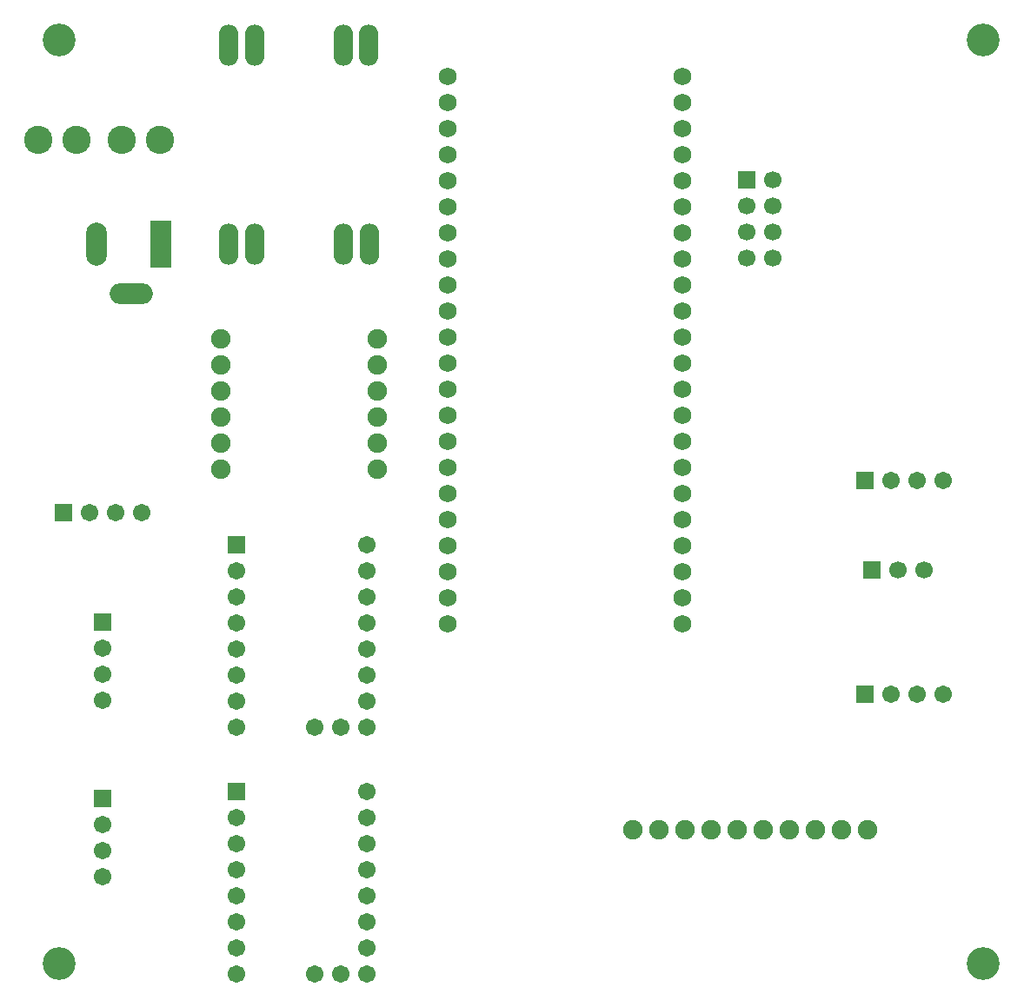
<source format=gbr>
%TF.GenerationSoftware,KiCad,Pcbnew,9.0.6*%
%TF.CreationDate,2026-02-25T04:36:07+07:00*%
%TF.ProjectId,Robot,526f626f-742e-46b6-9963-61645f706362,rev?*%
%TF.SameCoordinates,Original*%
%TF.FileFunction,Soldermask,Bot*%
%TF.FilePolarity,Negative*%
%FSLAX46Y46*%
G04 Gerber Fmt 4.6, Leading zero omitted, Abs format (unit mm)*
G04 Created by KiCad (PCBNEW 9.0.6) date 2026-02-25 04:36:07*
%MOMM*%
%LPD*%
G01*
G04 APERTURE LIST*
G04 Aperture macros list*
%AMRoundRect*
0 Rectangle with rounded corners*
0 $1 Rounding radius*
0 $2 $3 $4 $5 $6 $7 $8 $9 X,Y pos of 4 corners*
0 Add a 4 corners polygon primitive as box body*
4,1,4,$2,$3,$4,$5,$6,$7,$8,$9,$2,$3,0*
0 Add four circle primitives for the rounded corners*
1,1,$1+$1,$2,$3*
1,1,$1+$1,$4,$5*
1,1,$1+$1,$6,$7*
1,1,$1+$1,$8,$9*
0 Add four rect primitives between the rounded corners*
20,1,$1+$1,$2,$3,$4,$5,0*
20,1,$1+$1,$4,$5,$6,$7,0*
20,1,$1+$1,$6,$7,$8,$9,0*
20,1,$1+$1,$8,$9,$2,$3,0*%
G04 Aperture macros list end*
%ADD10RoundRect,0.102000X0.754000X0.754000X-0.754000X0.754000X-0.754000X-0.754000X0.754000X-0.754000X0*%
%ADD11C,1.712000*%
%ADD12C,2.754000*%
%ADD13C,1.734000*%
%ADD14R,1.700000X1.700000*%
%ADD15C,1.700000*%
%ADD16RoundRect,0.102000X0.754000X-0.754000X0.754000X0.754000X-0.754000X0.754000X-0.754000X-0.754000X0*%
%ADD17RoundRect,0.102000X-0.754000X-0.754000X0.754000X-0.754000X0.754000X0.754000X-0.754000X0.754000X0*%
%ADD18C,1.900000*%
%ADD19C,3.200000*%
%ADD20R,2.000000X4.600000*%
%ADD21O,2.000000X4.200000*%
%ADD22O,4.200000X2.000000*%
%ADD23O,1.900000X4.000000*%
%ADD24C,1.905000*%
G04 APERTURE END LIST*
D10*
%TO.C,J5*%
X105410000Y-101076667D03*
D11*
X107950000Y-101076667D03*
X110490000Y-101076667D03*
X113030000Y-101076667D03*
%TD*%
D10*
%TO.C,J4*%
X183515000Y-97900000D03*
D11*
X186055000Y-97900000D03*
X188595000Y-97900000D03*
X191135000Y-97900000D03*
%TD*%
D12*
%TO.C,F1*%
X102995000Y-64770000D03*
X106655000Y-64770000D03*
X111125000Y-64770000D03*
X114785000Y-64770000D03*
%TD*%
D13*
%TO.C,U3*%
X165735000Y-111885000D03*
X165735000Y-109345000D03*
X165735000Y-106805000D03*
X165735000Y-104265000D03*
X165735000Y-101725000D03*
X165735000Y-99185000D03*
X165735000Y-96645000D03*
X165735000Y-94105000D03*
X165735000Y-91565000D03*
X165735000Y-89025000D03*
X165735000Y-86485000D03*
X165735000Y-83945000D03*
X165735000Y-81405000D03*
X165735000Y-78865000D03*
X165735000Y-76325000D03*
X165735000Y-73785000D03*
X165735000Y-71245000D03*
X165735000Y-68705000D03*
X165735000Y-66165000D03*
X165735000Y-63625000D03*
X165735000Y-61085000D03*
X165735000Y-58545000D03*
X142875000Y-111885000D03*
X142875000Y-109345000D03*
X142875000Y-106805000D03*
X142875000Y-104265000D03*
X142875000Y-101725000D03*
X142875000Y-99185000D03*
X142875000Y-96645000D03*
X142875000Y-94105000D03*
X142875000Y-91565000D03*
X142875000Y-89025000D03*
X142875000Y-86485000D03*
X142875000Y-83945000D03*
X142875000Y-81405000D03*
X142875000Y-78865000D03*
X142875000Y-76325000D03*
X142875000Y-73785000D03*
X142875000Y-71245000D03*
X142875000Y-68705000D03*
X142875000Y-66165000D03*
X142875000Y-63625000D03*
X142875000Y-61085000D03*
X142875000Y-58545000D03*
%TD*%
D14*
%TO.C,J6*%
X184150000Y-106680000D03*
D15*
X186690000Y-106680000D03*
X189230000Y-106680000D03*
%TD*%
D16*
%TO.C,J11*%
X109220000Y-111760000D03*
D11*
X109220000Y-114300000D03*
X109220000Y-116840000D03*
X109220000Y-119380000D03*
%TD*%
D17*
%TO.C,U7*%
X122267500Y-104168333D03*
D11*
X122267500Y-106708333D03*
X122267500Y-109248333D03*
X122267500Y-111788333D03*
X122267500Y-114328333D03*
X122267500Y-116868333D03*
X122267500Y-119408333D03*
X122267500Y-121948333D03*
X134967500Y-104168333D03*
X134967500Y-106708333D03*
X134967500Y-109248333D03*
X134967500Y-111788333D03*
X134967500Y-114328333D03*
X134967500Y-116868333D03*
X134967500Y-119408333D03*
X134967500Y-121948333D03*
X132427500Y-121948333D03*
X129887500Y-121948333D03*
%TD*%
D16*
%TO.C,J3*%
X109220000Y-128905000D03*
D11*
X109220000Y-131445000D03*
X109220000Y-133985000D03*
X109220000Y-136525000D03*
%TD*%
D10*
%TO.C,J7*%
X183515000Y-118745000D03*
D11*
X186055000Y-118745000D03*
X188595000Y-118745000D03*
X191135000Y-118745000D03*
%TD*%
D18*
%TO.C,U9*%
X135985000Y-96801667D03*
X135985000Y-94261667D03*
X135985000Y-91721667D03*
X135985000Y-89181667D03*
X135985000Y-86641667D03*
X135985000Y-84101667D03*
X120745000Y-96801667D03*
X120745000Y-94261667D03*
X120745000Y-91721667D03*
X120745000Y-89181667D03*
X120745000Y-86641667D03*
X120745000Y-84101667D03*
%TD*%
D14*
%TO.C,U1*%
X171995500Y-68670000D03*
D15*
X174535500Y-68670000D03*
X171995500Y-71210000D03*
X174535500Y-71210000D03*
X171995500Y-73750000D03*
X174535500Y-73750000D03*
X171995500Y-76290000D03*
X174535500Y-76290000D03*
%TD*%
D19*
%TO.C,H3*%
X105000000Y-145000000D03*
%TD*%
%TO.C,H2*%
X195000000Y-55000000D03*
%TD*%
D20*
%TO.C,J1*%
X114935000Y-74915000D03*
D21*
X108635000Y-74915000D03*
D22*
X112035000Y-79715000D03*
%TD*%
D23*
%TO.C,U4*%
X135155000Y-55530000D03*
X132715000Y-55530000D03*
X124015000Y-55530000D03*
X121475000Y-55530000D03*
X124015000Y-74930000D03*
X121475000Y-74930000D03*
X135255000Y-74930000D03*
X132715000Y-74930000D03*
%TD*%
D24*
%TO.C,U5*%
X183769000Y-131930000D03*
X181229000Y-131930000D03*
X178689000Y-131930000D03*
X176149000Y-131930000D03*
X173609000Y-131930000D03*
X171069000Y-131930000D03*
X168529000Y-131930000D03*
X165989000Y-131930000D03*
X163449000Y-131930000D03*
X160909000Y-131930000D03*
%TD*%
D19*
%TO.C,H4*%
X195000000Y-145000000D03*
%TD*%
%TO.C,H1*%
X105000000Y-55000000D03*
%TD*%
D17*
%TO.C,U2*%
X122267500Y-128270000D03*
D11*
X122267500Y-130810000D03*
X122267500Y-133350000D03*
X122267500Y-135890000D03*
X122267500Y-138430000D03*
X122267500Y-140970000D03*
X122267500Y-143510000D03*
X122267500Y-146050000D03*
X134967500Y-128270000D03*
X134967500Y-130810000D03*
X134967500Y-133350000D03*
X134967500Y-135890000D03*
X134967500Y-138430000D03*
X134967500Y-140970000D03*
X134967500Y-143510000D03*
X134967500Y-146050000D03*
X132427500Y-146050000D03*
X129887500Y-146050000D03*
%TD*%
M02*

</source>
